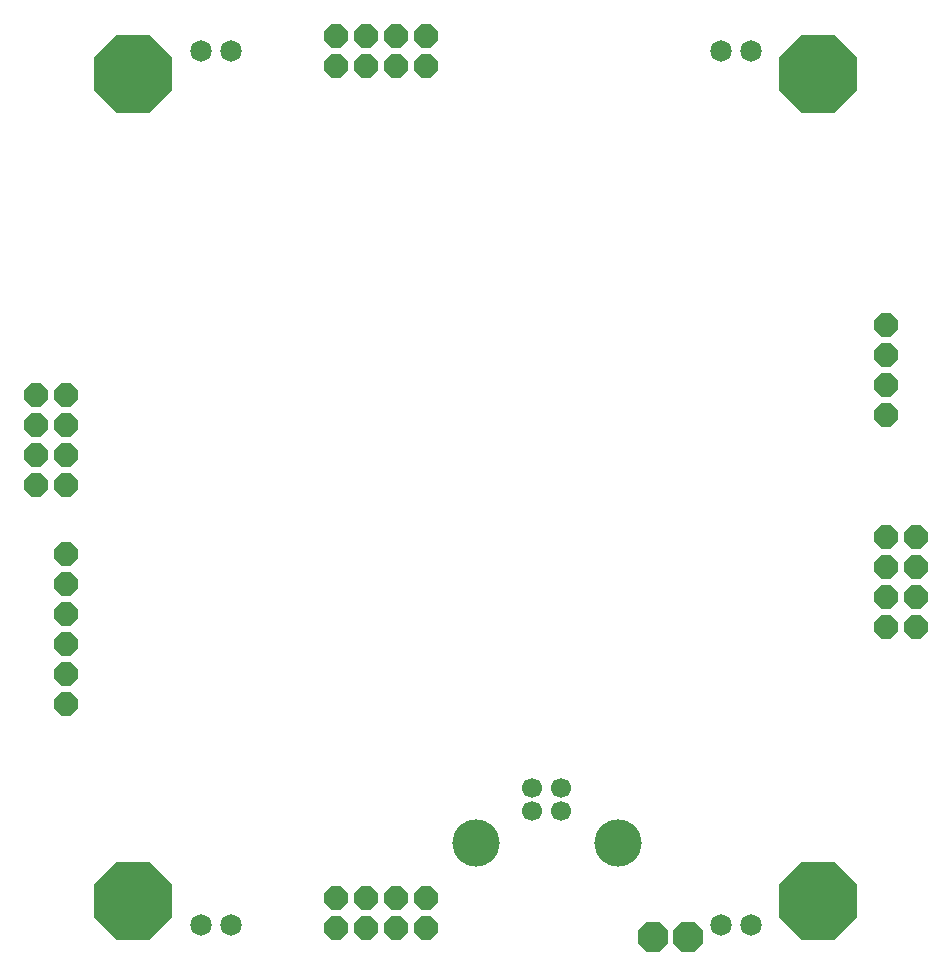
<source format=gbr>
G04 --- HEADER BEGIN --- *
%TF.GenerationSoftware,LibrePCB,LibrePCB,0.1.0*%
%TF.CreationDate,2017-11-17T17:15:03*%
%TF.ProjectId,Dancepad - Dancepad,5234ce1f-a5e1-4fe4-82c5-c527dd5c2ef1,v1*%
%TF.Part,Single*%
%FSLAX66Y66*%
%MOMM*%
G01*
G74*
G04 --- HEADER END --- *
G04 --- APERTURE LIST BEGIN --- *
%ADD10P,7.2X8X22.5*%
%ADD11C,1.8256*%
%ADD12P,2.2X8X112.5*%
%ADD13P,2.74X8X22.5*%
%ADD14P,2.2X8X292.5*%
%ADD15P,2.2X8X22.5*%
%ADD16P,2.2X8X202.5*%
%ADD17P,2.2X8X-67.5*%
%ADD18C,4.0*%
%ADD19C,1.7*%
G04 --- APERTURE LIST END --- *
G04 --- BOARD BEGIN --- *
D10*
X69000000Y75000000D03*
X11000000Y5000000D03*
D11*
X19270000Y3000000D03*
X16730000Y3000000D03*
D12*
X74730000Y51270000D03*
X74730000Y53810000D03*
X74730000Y46190000D03*
X74730000Y48730000D03*
X74730000Y33270000D03*
X74730000Y30730000D03*
X77270000Y33270000D03*
X77270000Y28190000D03*
X74730000Y28190000D03*
X74730000Y35810000D03*
X77270000Y35810000D03*
X77270000Y30730000D03*
D13*
X58000000Y2000000D03*
D14*
X5270000Y29270000D03*
X5270000Y24190000D03*
X5270000Y26730000D03*
X5270000Y34350000D03*
X5270000Y31810000D03*
X5270000Y21650000D03*
D11*
X60730000Y77000000D03*
X63270000Y77000000D03*
X60730000Y3000000D03*
X63270000Y3000000D03*
X19270000Y77000000D03*
X16730000Y77000000D03*
D13*
X55000000Y2000000D03*
D15*
X33270000Y5270000D03*
X30730000Y5270000D03*
X33270000Y2730000D03*
X28190000Y2730000D03*
X28190000Y5270000D03*
X35810000Y5270000D03*
X35810000Y2730000D03*
X30730000Y2730000D03*
D10*
X69000000Y5000000D03*
D16*
X33270000Y75730000D03*
X30730000Y75730000D03*
X33270000Y78270000D03*
X28190000Y78270000D03*
X28190000Y75730000D03*
X35810000Y75730000D03*
X35810000Y78270000D03*
X30730000Y78270000D03*
D17*
X5270000Y42730000D03*
X5270000Y45270000D03*
X2730000Y42730000D03*
X2730000Y47810000D03*
X5270000Y47810000D03*
X5270000Y40190000D03*
X2730000Y40190000D03*
X2730000Y45270000D03*
D10*
X11000000Y75000000D03*
D18*
X39980000Y9900000D03*
D19*
X44750000Y12610000D03*
X47250000Y14610000D03*
D18*
X52020000Y9900000D03*
D19*
X44750000Y14610000D03*
X47250000Y12610000D03*
G04 --- BOARD END --- *
%TF.MD5,4507e209361b8701187dd33d6ba3ab7c*%
M02*

</source>
